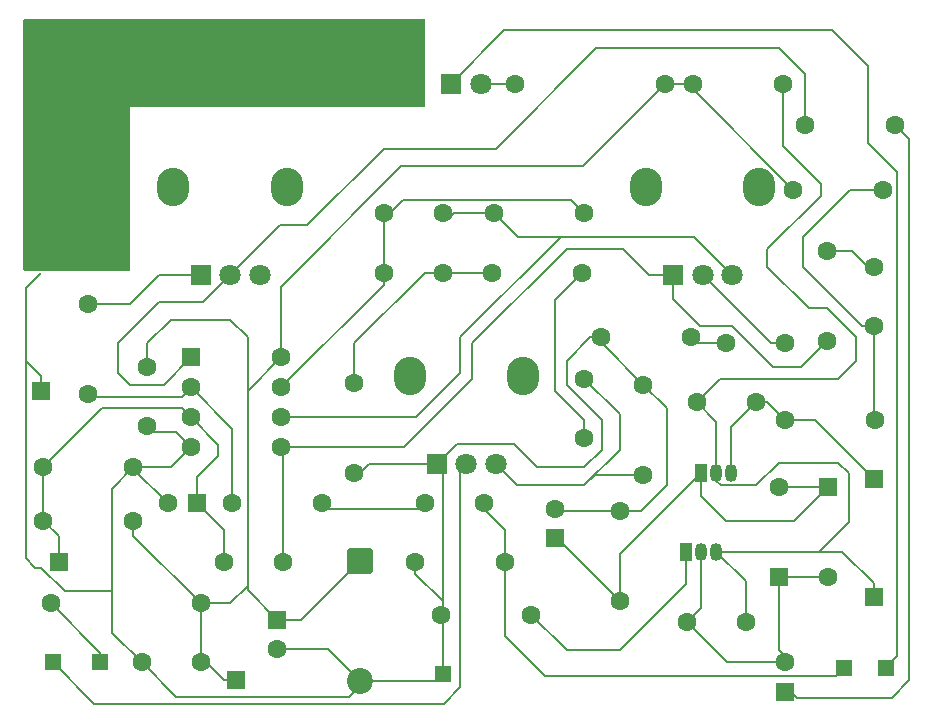
<source format=gbr>
%TF.GenerationSoftware,KiCad,Pcbnew,9.0.6*%
%TF.CreationDate,2025-12-29T20:46:53-03:00*%
%TF.ProjectId,122025,31323230-3235-42e6-9b69-6361645f7063,A*%
%TF.SameCoordinates,Original*%
%TF.FileFunction,Copper,L2,Bot*%
%TF.FilePolarity,Positive*%
%FSLAX46Y46*%
G04 Gerber Fmt 4.6, Leading zero omitted, Abs format (unit mm)*
G04 Created by KiCad (PCBNEW 9.0.6) date 2025-12-29 20:46:53*
%MOMM*%
%LPD*%
G01*
G04 APERTURE LIST*
G04 Aperture macros list*
%AMRoundRect*
0 Rectangle with rounded corners*
0 $1 Rounding radius*
0 $2 $3 $4 $5 $6 $7 $8 $9 X,Y pos of 4 corners*
0 Add a 4 corners polygon primitive as box body*
4,1,4,$2,$3,$4,$5,$6,$7,$8,$9,$2,$3,0*
0 Add four circle primitives for the rounded corners*
1,1,$1+$1,$2,$3*
1,1,$1+$1,$4,$5*
1,1,$1+$1,$6,$7*
1,1,$1+$1,$8,$9*
0 Add four rect primitives between the rounded corners*
20,1,$1+$1,$2,$3,$4,$5,0*
20,1,$1+$1,$4,$5,$6,$7,0*
20,1,$1+$1,$6,$7,$8,$9,0*
20,1,$1+$1,$8,$9,$2,$3,0*%
G04 Aperture macros list end*
%TA.AperFunction,ComponentPad*%
%ADD10R,1.800000X1.800000*%
%TD*%
%TA.AperFunction,ComponentPad*%
%ADD11C,1.800000*%
%TD*%
%TA.AperFunction,ComponentPad*%
%ADD12O,2.720000X3.240000*%
%TD*%
%TA.AperFunction,SMDPad,CuDef*%
%ADD13R,1.500000X1.500000*%
%TD*%
%TA.AperFunction,ComponentPad*%
%ADD14C,1.600000*%
%TD*%
%TA.AperFunction,ComponentPad*%
%ADD15RoundRect,0.249999X-0.850001X0.850001X-0.850001X-0.850001X0.850001X-0.850001X0.850001X0.850001X0*%
%TD*%
%TA.AperFunction,ComponentPad*%
%ADD16C,2.200000*%
%TD*%
%TA.AperFunction,ComponentPad*%
%ADD17R,1.350000X1.350000*%
%TD*%
%TA.AperFunction,ComponentPad*%
%ADD18R,1.050000X1.500000*%
%TD*%
%TA.AperFunction,ComponentPad*%
%ADD19O,1.050000X1.500000*%
%TD*%
%TA.AperFunction,ComponentPad*%
%ADD20RoundRect,0.250000X-0.550000X-0.550000X0.550000X-0.550000X0.550000X0.550000X-0.550000X0.550000X0*%
%TD*%
%TA.AperFunction,ComponentPad*%
%ADD21RoundRect,0.250000X0.550000X0.550000X-0.550000X0.550000X-0.550000X-0.550000X0.550000X-0.550000X0*%
%TD*%
%TA.AperFunction,ComponentPad*%
%ADD22RoundRect,0.250000X-0.550000X0.550000X-0.550000X-0.550000X0.550000X-0.550000X0.550000X0.550000X0*%
%TD*%
%TA.AperFunction,ComponentPad*%
%ADD23RoundRect,0.250000X0.550000X-0.550000X0.550000X0.550000X-0.550000X0.550000X-0.550000X-0.550000X0*%
%TD*%
%TA.AperFunction,ViaPad*%
%ADD24C,0.600000*%
%TD*%
%TA.AperFunction,Conductor*%
%ADD25C,0.200000*%
%TD*%
G04 APERTURE END LIST*
D10*
%TO.P,D4,1,K*%
%TO.N,/LED GND*%
X49230000Y-18500000D03*
D11*
%TO.P,D4,2,A*%
%TO.N,Net-(D4-A)*%
X51770000Y-18500000D03*
%TD*%
D12*
%TO.P,RV3,*%
%TO.N,*%
X45700000Y-43225000D03*
X55300000Y-43225000D03*
D10*
%TO.P,RV3,1,1*%
%TO.N,GND*%
X48000000Y-50725000D03*
D11*
%TO.P,RV3,2,2*%
%TO.N,/Out*%
X50500000Y-50725000D03*
%TO.P,RV3,3,3*%
%TO.N,Net-(C11-Pad2)*%
X53000000Y-50725000D03*
%TD*%
D13*
%TO.P,TP5,1,1*%
%TO.N,/Vref*%
X16000000Y-59000000D03*
%TD*%
D14*
%TO.P,C9,1*%
%TO.N,Net-(U1B--)*%
X48500000Y-29500000D03*
%TO.P,C9,2*%
%TO.N,Net-(C10-Pad1)*%
X43500000Y-29500000D03*
%TD*%
D15*
%TO.P,D3,1,K*%
%TO.N,/V+*%
X41500000Y-58920000D03*
D16*
%TO.P,D3,2,A*%
%TO.N,GND*%
X41500000Y-69080000D03*
%TD*%
D17*
%TO.P,J5,1,Pin_1*%
%TO.N,GND*%
X48500000Y-68500000D03*
%TD*%
D13*
%TO.P,TP4,1,1*%
%TO.N,/V+*%
X31000000Y-69000000D03*
%TD*%
D12*
%TO.P,RV1,*%
%TO.N,*%
X25700000Y-27225000D03*
X35300000Y-27225000D03*
D10*
%TO.P,RV1,1,1*%
%TO.N,Net-(R3-Pad2)*%
X28000000Y-34725000D03*
D11*
%TO.P,RV1,2,2*%
%TO.N,Net-(R4-Pad1)*%
X30500000Y-34725000D03*
%TO.P,RV1,3,3*%
%TO.N,unconnected-(RV1-Pad3)*%
X33000000Y-34725000D03*
%TD*%
D14*
%TO.P,R4,1*%
%TO.N,Net-(R4-Pad1)*%
X79190000Y-22000000D03*
%TO.P,R4,2*%
%TO.N,Net-(C2-Pad1)*%
X86810000Y-22000000D03*
%TD*%
D17*
%TO.P,J2,1,Pin_1*%
%TO.N,/Out*%
X15500000Y-67500000D03*
%TD*%
D14*
%TO.P,R11,1*%
%TO.N,Net-(C8-Pad1)*%
X69500000Y-40000000D03*
%TO.P,R11,2*%
%TO.N,GND*%
X61880000Y-40000000D03*
%TD*%
%TO.P,R19,1*%
%TO.N,/V+*%
X67350000Y-18500000D03*
%TO.P,R19,2*%
%TO.N,Net-(D4-A)*%
X54650000Y-18500000D03*
%TD*%
D18*
%TO.P,Q1,1,E*%
%TO.N,Net-(Q1-E)*%
X69120000Y-58120000D03*
D19*
%TO.P,Q1,2,B*%
%TO.N,Net-(D1-K)*%
X70390000Y-58120000D03*
%TO.P,Q1,3,C*%
%TO.N,Net-(Q1-C)*%
X71660000Y-58120000D03*
%TD*%
D20*
%TO.P,U1,1*%
%TO.N,Net-(R4-Pad1)*%
X27190000Y-41690000D03*
D14*
%TO.P,U1,2,-*%
%TO.N,Net-(U1A--)*%
X27190000Y-44230000D03*
%TO.P,U1,3,+*%
%TO.N,/Vref*%
X27190000Y-46770000D03*
%TO.P,U1,4,V-*%
%TO.N,GND*%
X27190000Y-49310000D03*
%TO.P,U1,5,+*%
%TO.N,Net-(U1B-+)*%
X34810000Y-49310000D03*
%TO.P,U1,6,-*%
%TO.N,Net-(U1B--)*%
X34810000Y-46770000D03*
%TO.P,U1,7*%
%TO.N,Net-(C10-Pad1)*%
X34810000Y-44230000D03*
%TO.P,U1,8,V+*%
%TO.N,/V+*%
X34810000Y-41690000D03*
%TD*%
%TO.P,R12,1*%
%TO.N,Net-(U1B--)*%
X52880000Y-29500000D03*
%TO.P,R12,2*%
%TO.N,Net-(C10-Pad1)*%
X60500000Y-29500000D03*
%TD*%
D21*
%TO.P,C14,1*%
%TO.N,/Vref*%
X27705113Y-54000000D03*
D14*
%TO.P,C14,2*%
%TO.N,GND*%
X25205113Y-54000000D03*
%TD*%
D17*
%TO.P,J1,1,Pin_1*%
%TO.N,/In*%
X82500000Y-68000000D03*
%TD*%
D14*
%TO.P,R8,1*%
%TO.N,Net-(C5-Pad1)*%
X85120000Y-47000000D03*
%TO.P,R8,2*%
%TO.N,Net-(Q2-C)*%
X77500000Y-47000000D03*
%TD*%
%TO.P,C3,1*%
%TO.N,Net-(D1-K)*%
X69160000Y-64120000D03*
%TO.P,C3,2*%
%TO.N,Net-(Q1-C)*%
X74160000Y-64120000D03*
%TD*%
%TO.P,C5,1*%
%TO.N,Net-(C5-Pad1)*%
X85000000Y-39000000D03*
%TO.P,C5,2*%
%TO.N,Net-(C5-Pad2)*%
X85000000Y-34000000D03*
%TD*%
%TO.P,C7,1*%
%TO.N,/Vref*%
X30000000Y-59000000D03*
%TO.P,C7,2*%
%TO.N,Net-(U1B-+)*%
X35000000Y-59000000D03*
%TD*%
%TO.P,R7,1*%
%TO.N,/V+*%
X78190000Y-27500000D03*
%TO.P,R7,2*%
%TO.N,Net-(C5-Pad1)*%
X85810000Y-27500000D03*
%TD*%
%TO.P,R10,1*%
%TO.N,Net-(C5-Pad2)*%
X81000000Y-32690000D03*
%TO.P,R10,2*%
%TO.N,Net-(U1B-+)*%
X81000000Y-40310000D03*
%TD*%
D18*
%TO.P,Q2,1,E*%
%TO.N,Net-(D1-A)*%
X70390000Y-51480000D03*
D19*
%TO.P,Q2,2,B*%
%TO.N,Net-(Q1-C)*%
X71660000Y-51480000D03*
%TO.P,Q2,3,C*%
%TO.N,Net-(Q2-C)*%
X72930000Y-51480000D03*
%TD*%
D13*
%TO.P,TP3,1,1*%
%TO.N,GND*%
X14500000Y-44500000D03*
%TD*%
D22*
%TO.P,C13,1*%
%TO.N,/V+*%
X34500000Y-63900000D03*
D14*
%TO.P,C13,2*%
%TO.N,GND*%
X34500000Y-66400000D03*
%TD*%
%TO.P,C12,1*%
%TO.N,/V+*%
X23500000Y-42500000D03*
%TO.P,C12,2*%
%TO.N,GND*%
X23500000Y-47500000D03*
%TD*%
D17*
%TO.P,J3,1,Pin_1*%
%TO.N,/Power Jack*%
X19500000Y-67500000D03*
%TD*%
D14*
%TO.P,R5,1*%
%TO.N,/V+*%
X69690000Y-18500000D03*
%TO.P,R5,2*%
%TO.N,Net-(Q1-C)*%
X77310000Y-18500000D03*
%TD*%
%TO.P,R6,1*%
%TO.N,GND*%
X48380000Y-63500000D03*
%TO.P,R6,2*%
%TO.N,Net-(Q1-E)*%
X56000000Y-63500000D03*
%TD*%
D13*
%TO.P,TP1,1,1*%
%TO.N,Net-(Q1-C)*%
X85000000Y-62000000D03*
%TD*%
D12*
%TO.P,RV2,*%
%TO.N,*%
X65700000Y-27225000D03*
X75300000Y-27225000D03*
D10*
%TO.P,RV2,1,1*%
%TO.N,Net-(U1B-+)*%
X68000000Y-34725000D03*
D11*
%TO.P,RV2,2,2*%
%TO.N,Net-(C8-Pad2)*%
X70500000Y-34725000D03*
%TO.P,RV2,3,3*%
%TO.N,Net-(U1B--)*%
X73000000Y-34725000D03*
%TD*%
D14*
%TO.P,R16,1*%
%TO.N,/Power Jack*%
X15300000Y-62500000D03*
%TO.P,R16,2*%
%TO.N,/V+*%
X28000000Y-62500000D03*
%TD*%
%TO.P,C8,1*%
%TO.N,Net-(C8-Pad1)*%
X72500000Y-40500000D03*
%TO.P,C8,2*%
%TO.N,Net-(C8-Pad2)*%
X77500000Y-40500000D03*
%TD*%
%TO.P,R1,1*%
%TO.N,/In*%
X53810000Y-59000000D03*
%TO.P,R1,2*%
%TO.N,GND*%
X46190000Y-59000000D03*
%TD*%
%TO.P,R17,1*%
%TO.N,/V+*%
X22310000Y-55500000D03*
%TO.P,R17,2*%
%TO.N,/Vref*%
X14690000Y-55500000D03*
%TD*%
%TO.P,C1,1*%
%TO.N,/In*%
X52000000Y-54000000D03*
%TO.P,C1,2*%
%TO.N,Net-(C1-Pad2)*%
X47000000Y-54000000D03*
%TD*%
%TO.P,R3,1*%
%TO.N,Net-(U1A--)*%
X18500000Y-44810000D03*
%TO.P,R3,2*%
%TO.N,Net-(R3-Pad2)*%
X18500000Y-37190000D03*
%TD*%
%TO.P,R13,1*%
%TO.N,Net-(C10-Pad2)*%
X41000000Y-43880000D03*
%TO.P,R13,2*%
%TO.N,GND*%
X41000000Y-51500000D03*
%TD*%
%TO.P,C15,1*%
%TO.N,/V+*%
X28000000Y-67500000D03*
%TO.P,C15,2*%
%TO.N,GND*%
X23000000Y-67500000D03*
%TD*%
D23*
%TO.P,C6,1*%
%TO.N,Net-(D1-A)*%
X58000000Y-57000000D03*
D14*
%TO.P,C6,2*%
%TO.N,GND*%
X58000000Y-54500000D03*
%TD*%
%TO.P,C11,1*%
%TO.N,Net-(C11-Pad1)*%
X60500000Y-48500000D03*
%TO.P,C11,2*%
%TO.N,Net-(C11-Pad2)*%
X60500000Y-43500000D03*
%TD*%
D23*
%TO.P,C2,1*%
%TO.N,Net-(C2-Pad1)*%
X77500000Y-70000000D03*
D14*
%TO.P,C2,2*%
%TO.N,Net-(D1-K)*%
X77500000Y-67500000D03*
%TD*%
%TO.P,R2,1*%
%TO.N,Net-(C1-Pad2)*%
X38310000Y-54000000D03*
%TO.P,R2,2*%
%TO.N,Net-(U1A--)*%
X30690000Y-54000000D03*
%TD*%
%TO.P,R14,1*%
%TO.N,Net-(C10-Pad2)*%
X52690000Y-34500000D03*
%TO.P,R14,2*%
%TO.N,Net-(C11-Pad1)*%
X60310000Y-34500000D03*
%TD*%
%TO.P,R15,1*%
%TO.N,Net-(C11-Pad2)*%
X65500000Y-51620000D03*
%TO.P,R15,2*%
%TO.N,GND*%
X65500000Y-44000000D03*
%TD*%
%TO.P,C10,1*%
%TO.N,Net-(C10-Pad1)*%
X43500000Y-34500000D03*
%TO.P,C10,2*%
%TO.N,Net-(C10-Pad2)*%
X48500000Y-34500000D03*
%TD*%
%TO.P,R9,1*%
%TO.N,Net-(D1-A)*%
X63500000Y-62310000D03*
%TO.P,R9,2*%
%TO.N,GND*%
X63500000Y-54690000D03*
%TD*%
D13*
%TO.P,TP2,1,1*%
%TO.N,Net-(Q2-C)*%
X85000000Y-52000000D03*
%TD*%
D14*
%TO.P,C4,1*%
%TO.N,Net-(Q1-C)*%
X70000000Y-45500000D03*
%TO.P,C4,2*%
%TO.N,Net-(Q2-C)*%
X75000000Y-45500000D03*
%TD*%
D22*
%TO.P,D2,1,K*%
%TO.N,Net-(D1-A)*%
X81160000Y-52620000D03*
D14*
%TO.P,D2,2,A*%
%TO.N,Net-(D1-K)*%
X81160000Y-60240000D03*
%TD*%
%TO.P,R18,1*%
%TO.N,/Vref*%
X14690000Y-51000000D03*
%TO.P,R18,2*%
%TO.N,GND*%
X22310000Y-51000000D03*
%TD*%
D17*
%TO.P,J4,1,Pin_1*%
%TO.N,/LED GND*%
X86000000Y-68000000D03*
%TD*%
D23*
%TO.P,D1,1,K*%
%TO.N,Net-(D1-K)*%
X77000000Y-60310000D03*
D14*
%TO.P,D1,2,A*%
%TO.N,Net-(D1-A)*%
X77000000Y-52690000D03*
%TD*%
D24*
%TO.N,Net-(Q1-C)*%
X85000000Y-62000000D03*
%TO.N,Net-(Q2-C)*%
X85000000Y-52000000D03*
%TO.N,GND*%
X14500000Y-44500000D03*
%TO.N,/Vref*%
X16000000Y-59000000D03*
%TO.N,/V+*%
X31000000Y-69000000D03*
%TD*%
D25*
%TO.N,/In*%
X81801000Y-68699000D02*
X57199000Y-68699000D01*
X82500000Y-68000000D02*
X81801000Y-68699000D01*
%TO.N,Net-(C1-Pad2)*%
X47000000Y-54500000D02*
X38810000Y-54500000D01*
X38810000Y-54500000D02*
X38310000Y-54000000D01*
%TO.N,/In*%
X53810000Y-65310000D02*
X53810000Y-56310000D01*
X57199000Y-68699000D02*
X53810000Y-65310000D01*
X53810000Y-56310000D02*
X52000000Y-54500000D01*
%TO.N,Net-(D1-K)*%
X77000000Y-66500000D02*
X77500000Y-67000000D01*
X72540000Y-67500000D02*
X69160000Y-64120000D01*
X77500000Y-67500000D02*
X72540000Y-67500000D01*
X77000000Y-60310000D02*
X77000000Y-66500000D01*
X69160000Y-64120000D02*
X70390000Y-62890000D01*
X70390000Y-57895000D02*
X70390000Y-58120000D01*
X81160000Y-60240000D02*
X77070000Y-60240000D01*
X70390000Y-62890000D02*
X70390000Y-58120000D01*
X77070000Y-60240000D02*
X77000000Y-60310000D01*
%TO.N,Net-(C2-Pad1)*%
X86810000Y-22000000D02*
X88000000Y-23190000D01*
X78000000Y-70000000D02*
X78500000Y-70500000D01*
X88000000Y-23190000D02*
X88000000Y-69000000D01*
X78500000Y-70500000D02*
X86500000Y-70500000D01*
X77500000Y-70000000D02*
X78000000Y-70000000D01*
X86500000Y-70500000D02*
X88000000Y-69000000D01*
%TO.N,Net-(Q1-C)*%
X82000000Y-43500000D02*
X72000000Y-43500000D01*
X77310000Y-23810000D02*
X80500000Y-27000000D01*
X82000000Y-50600000D02*
X77000000Y-50600000D01*
X75069000Y-52531000D02*
X72031000Y-52531000D01*
X77310000Y-18500000D02*
X77310000Y-23810000D01*
X76000000Y-32500000D02*
X76000000Y-34000000D01*
X80380000Y-58120000D02*
X82861000Y-55639000D01*
X71660000Y-52160000D02*
X71660000Y-51480000D01*
X82000000Y-50600000D02*
X82861000Y-51461000D01*
X70000000Y-45500000D02*
X71660000Y-47160000D01*
X82861000Y-55639000D02*
X82861000Y-51461000D01*
X74160000Y-64120000D02*
X74160000Y-60620000D01*
X79500000Y-37500000D02*
X81000000Y-37500000D01*
X80500000Y-27000000D02*
X80500000Y-28000000D01*
X76000000Y-34000000D02*
X79500000Y-37500000D01*
X72031000Y-52531000D02*
X71660000Y-52160000D01*
X85000000Y-62000000D02*
X85000000Y-60800000D01*
X74160000Y-60620000D02*
X71660000Y-58120000D01*
X83500000Y-42000000D02*
X82000000Y-43500000D01*
X71660000Y-47160000D02*
X71660000Y-51480000D01*
X80500000Y-28000000D02*
X76000000Y-32500000D01*
X77000000Y-50600000D02*
X75069000Y-52531000D01*
X82320000Y-58120000D02*
X80380000Y-58120000D01*
X72000000Y-43500000D02*
X70000000Y-45500000D01*
X71660000Y-58120000D02*
X80380000Y-58120000D01*
X83500000Y-40000000D02*
X83500000Y-42000000D01*
X85000000Y-60800000D02*
X82320000Y-58120000D01*
X81000000Y-37500000D02*
X83500000Y-40000000D01*
%TO.N,Net-(Q2-C)*%
X77500000Y-47000000D02*
X76000000Y-45500000D01*
X72930000Y-51480000D02*
X72930000Y-47570000D01*
X80000000Y-47000000D02*
X77500000Y-47000000D01*
X76000000Y-45500000D02*
X75000000Y-45500000D01*
X85000000Y-52000000D02*
X80000000Y-47000000D01*
X72930000Y-47570000D02*
X75000000Y-45500000D01*
%TO.N,Net-(C5-Pad2)*%
X85000000Y-34000000D02*
X84500000Y-34000000D01*
X83190000Y-32690000D02*
X81000000Y-32690000D01*
X84500000Y-34000000D02*
X83190000Y-32690000D01*
%TO.N,Net-(C5-Pad1)*%
X85000000Y-39000000D02*
X85000000Y-46880000D01*
X79000000Y-31500000D02*
X79000000Y-34000000D01*
X84000000Y-39000000D02*
X85000000Y-39000000D01*
X83000000Y-27500000D02*
X79000000Y-31500000D01*
X85000000Y-46880000D02*
X85120000Y-47000000D01*
X85810000Y-27500000D02*
X83000000Y-27500000D01*
X79000000Y-34000000D02*
X84000000Y-39000000D01*
%TO.N,Net-(D1-A)*%
X63500000Y-62310000D02*
X63500000Y-58370000D01*
X81160000Y-52620000D02*
X78280000Y-55500000D01*
X78280000Y-55500000D02*
X72500000Y-55500000D01*
X70390000Y-53390000D02*
X70390000Y-51480000D01*
X77000000Y-52690000D02*
X81090000Y-52690000D01*
X63500000Y-58370000D02*
X70390000Y-51480000D01*
X81090000Y-52690000D02*
X81160000Y-52620000D01*
X72500000Y-55500000D02*
X70390000Y-53390000D01*
X58000000Y-57000000D02*
X58190000Y-57000000D01*
X58190000Y-57000000D02*
X63500000Y-62310000D01*
%TO.N,GND*%
X14000000Y-59500000D02*
X14500000Y-59500000D01*
X23000000Y-67500000D02*
X23000000Y-67000000D01*
X65310000Y-54690000D02*
X63500000Y-54690000D01*
X61000000Y-40000000D02*
X59000000Y-42000000D01*
X34500000Y-66400000D02*
X38820000Y-66400000D01*
X58500000Y-54500000D02*
X58690000Y-54690000D01*
X23000000Y-67500000D02*
X25900000Y-70400000D01*
X16500000Y-61500000D02*
X20500000Y-61500000D01*
X47920000Y-69080000D02*
X48500000Y-68500000D01*
X60500000Y-51000000D02*
X56500000Y-51000000D01*
X20500000Y-65000000D02*
X23000000Y-67500000D01*
X13200000Y-42000000D02*
X13200000Y-35800000D01*
X41500000Y-69080000D02*
X47920000Y-69080000D01*
X22310000Y-51000000D02*
X25500000Y-51000000D01*
X61880000Y-40380000D02*
X61880000Y-40000000D01*
X13200000Y-35800000D02*
X14500000Y-34500000D01*
X56500000Y-51000000D02*
X54500000Y-49000000D01*
X65500000Y-44000000D02*
X61880000Y-40380000D01*
X58690000Y-54690000D02*
X63500000Y-54690000D01*
X62000000Y-47000000D02*
X62000000Y-49500000D01*
X22310000Y-51000000D02*
X20500000Y-52810000D01*
X59000000Y-44000000D02*
X62000000Y-47000000D01*
X20500000Y-52810000D02*
X20500000Y-61500000D01*
X13200000Y-58700000D02*
X14000000Y-59500000D01*
X41500000Y-51500000D02*
X42275000Y-50725000D01*
X67500000Y-52500000D02*
X65310000Y-54690000D01*
X48000000Y-50725000D02*
X48500000Y-51225000D01*
X38820000Y-66400000D02*
X41500000Y-69080000D01*
X40580000Y-70400000D02*
X25900000Y-70400000D01*
X22310000Y-51104887D02*
X22310000Y-51000000D01*
X25500000Y-51000000D02*
X27190000Y-49310000D01*
X25205113Y-54000000D02*
X22310000Y-51104887D01*
X14500000Y-44500000D02*
X14500000Y-43300000D01*
X46190000Y-60000000D02*
X46190000Y-59000000D01*
X67500000Y-46000000D02*
X67500000Y-52500000D01*
X14500000Y-59500000D02*
X16500000Y-61500000D01*
X54500000Y-49000000D02*
X49725000Y-49000000D01*
X48500000Y-62310000D02*
X48500000Y-68500000D01*
X13200000Y-42000000D02*
X13200000Y-58700000D01*
X41000000Y-51500000D02*
X41500000Y-51500000D01*
X20500000Y-61500000D02*
X20500000Y-65000000D01*
X24000000Y-48000000D02*
X25880000Y-48000000D01*
X48500000Y-51225000D02*
X48500000Y-62310000D01*
X58000000Y-54500000D02*
X58500000Y-54500000D01*
X41500000Y-69480000D02*
X41500000Y-69080000D01*
X49725000Y-49000000D02*
X48000000Y-50725000D01*
X25880000Y-48000000D02*
X27190000Y-49310000D01*
X59000000Y-42000000D02*
X59000000Y-44000000D01*
X42275000Y-50725000D02*
X48000000Y-50725000D01*
X14500000Y-43300000D02*
X13200000Y-42000000D01*
X46190000Y-60000000D02*
X48500000Y-62310000D01*
X65500000Y-44000000D02*
X67500000Y-46000000D01*
X62000000Y-49500000D02*
X60500000Y-51000000D01*
X61880000Y-40000000D02*
X61000000Y-40000000D01*
X40580000Y-70400000D02*
X41500000Y-69480000D01*
%TO.N,/Vref*%
X29500000Y-50000000D02*
X29500000Y-49080000D01*
X16000000Y-59000000D02*
X16000000Y-56810000D01*
X29500000Y-49080000D02*
X27190000Y-46770000D01*
X16000000Y-56810000D02*
X14690000Y-55500000D01*
X27705113Y-51794887D02*
X29500000Y-50000000D01*
X26420000Y-46000000D02*
X19690000Y-46000000D01*
X19690000Y-46000000D02*
X14690000Y-51000000D01*
X14690000Y-55500000D02*
X14690000Y-51000000D01*
X27705113Y-54000000D02*
X27705113Y-51794887D01*
X30000000Y-56294887D02*
X27705113Y-54000000D01*
X27190000Y-46770000D02*
X26420000Y-46000000D01*
X30000000Y-58500000D02*
X30000000Y-56294887D01*
%TO.N,Net-(U1B-+)*%
X59000000Y-32500000D02*
X51000000Y-40500000D01*
X76500000Y-42500000D02*
X73000000Y-39000000D01*
X45190000Y-49310000D02*
X34810000Y-49310000D01*
X51000000Y-43500000D02*
X45190000Y-49310000D01*
X81000000Y-40310000D02*
X78810000Y-42500000D01*
X35000000Y-58500000D02*
X35000000Y-49500000D01*
X51000000Y-40500000D02*
X51000000Y-43500000D01*
X68000000Y-36725000D02*
X70275000Y-39000000D01*
X68000000Y-34725000D02*
X68000000Y-36725000D01*
X78810000Y-42500000D02*
X76500000Y-42500000D01*
X73000000Y-39000000D02*
X70275000Y-39000000D01*
X63775000Y-32500000D02*
X66000000Y-34725000D01*
X66000000Y-34725000D02*
X68000000Y-34725000D01*
X35000000Y-49500000D02*
X34810000Y-49310000D01*
X63775000Y-32500000D02*
X59000000Y-32500000D01*
%TO.N,Net-(C8-Pad1)*%
X70000000Y-40500000D02*
X69500000Y-40000000D01*
X72500000Y-40500000D02*
X70000000Y-40500000D01*
%TO.N,Net-(C8-Pad2)*%
X70500000Y-34725000D02*
X76275000Y-40500000D01*
X76275000Y-40500000D02*
X77500000Y-40500000D01*
%TO.N,Net-(U1B--)*%
X50000000Y-43000002D02*
X50000000Y-40000000D01*
X34810000Y-46770000D02*
X46230001Y-46770000D01*
X58500000Y-31500000D02*
X69775000Y-31500000D01*
X52880000Y-29500000D02*
X54880000Y-31500000D01*
X46230001Y-46770000D02*
X50000000Y-43000002D01*
X54880000Y-31500000D02*
X58500000Y-31500000D01*
X49000000Y-30000000D02*
X49500000Y-29500000D01*
X48500000Y-30000000D02*
X49000000Y-30000000D01*
X49500000Y-29500000D02*
X52880000Y-29500000D01*
X69775000Y-31500000D02*
X73000000Y-34725000D01*
X50000000Y-40000000D02*
X58500000Y-31500000D01*
%TO.N,Net-(C10-Pad1)*%
X59399000Y-28399000D02*
X45101000Y-28399000D01*
X45101000Y-28399000D02*
X43500000Y-30000000D01*
X43500000Y-34500000D02*
X43500000Y-35540000D01*
X60500000Y-29500000D02*
X59399000Y-28399000D01*
X43500000Y-30000000D02*
X43500000Y-34500000D01*
X43500000Y-35540000D02*
X34810000Y-44230000D01*
%TO.N,Net-(C10-Pad2)*%
X52690000Y-34500000D02*
X48500000Y-34500000D01*
X47000000Y-34500000D02*
X48500000Y-34500000D01*
X41000000Y-40500000D02*
X47000000Y-34500000D01*
X41000000Y-43880000D02*
X41000000Y-40500000D01*
%TO.N,Net-(C11-Pad2)*%
X60500000Y-52500000D02*
X54775000Y-52500000D01*
X61380000Y-51620000D02*
X60500000Y-52500000D01*
X63500000Y-46500000D02*
X63500000Y-49500000D01*
X54775000Y-52500000D02*
X53000000Y-50725000D01*
X60500000Y-43500000D02*
X63500000Y-46500000D01*
X65500000Y-51620000D02*
X61380000Y-51620000D01*
X63500000Y-49500000D02*
X60500000Y-52500000D01*
X53035000Y-50690000D02*
X53000000Y-50725000D01*
%TO.N,Net-(C11-Pad1)*%
X60500000Y-47000000D02*
X60500000Y-48500000D01*
X58000000Y-44500000D02*
X60500000Y-47000000D01*
X58000000Y-44500000D02*
X58000000Y-36810000D01*
X58000000Y-36810000D02*
X60310000Y-34500000D01*
%TO.N,/V+*%
X32000000Y-61000000D02*
X32000000Y-61400000D01*
X25500000Y-38500000D02*
X23500000Y-40500000D01*
X30500000Y-62500000D02*
X28000000Y-62500000D01*
X28000000Y-62500000D02*
X28000000Y-67500000D01*
X28500000Y-67500000D02*
X30000000Y-69000000D01*
X69690000Y-19000000D02*
X69690000Y-18500000D01*
X67350000Y-18500000D02*
X60350000Y-25500000D01*
X32000000Y-40000000D02*
X30500000Y-38500000D01*
X32000000Y-61000000D02*
X30500000Y-62500000D01*
X30500000Y-38500000D02*
X25500000Y-38500000D01*
X23500000Y-40500000D02*
X23500000Y-42500000D01*
X30000000Y-69000000D02*
X31000000Y-69000000D01*
X34810000Y-35690000D02*
X34810000Y-41690000D01*
X78190000Y-27500000D02*
X69690000Y-19000000D01*
X69690000Y-18500000D02*
X67350000Y-18500000D01*
X22310000Y-55500000D02*
X22310000Y-56810000D01*
X45000000Y-25500000D02*
X34810000Y-35690000D01*
X28000000Y-67500000D02*
X28500000Y-67500000D01*
X34810000Y-41690000D02*
X32000000Y-44500000D01*
X34500000Y-63900000D02*
X36520000Y-63900000D01*
X60350000Y-25500000D02*
X45000000Y-25500000D01*
X36520000Y-63900000D02*
X41500000Y-58920000D01*
X32000000Y-44500000D02*
X32000000Y-40000000D01*
X22310000Y-56810000D02*
X28000000Y-62500000D01*
X32000000Y-44500000D02*
X32000000Y-61000000D01*
X23500000Y-42500000D02*
X24000000Y-43000000D01*
X32000000Y-61400000D02*
X34500000Y-63900000D01*
%TO.N,/LED GND*%
X84500000Y-17000000D02*
X84500000Y-23500000D01*
X87000000Y-26000000D02*
X87000000Y-67000000D01*
X49230000Y-18500000D02*
X53730000Y-14000000D01*
X84500000Y-23500000D02*
X87000000Y-26000000D01*
X81500000Y-14000000D02*
X84500000Y-17000000D01*
X53730000Y-14000000D02*
X81500000Y-14000000D01*
X87000000Y-67000000D02*
X86000000Y-68000000D01*
%TO.N,Net-(D4-A)*%
X54650000Y-18500000D02*
X51770000Y-18500000D01*
%TO.N,/Out*%
X50000000Y-51225000D02*
X50000000Y-69600000D01*
X19000000Y-71000000D02*
X15500000Y-67500000D01*
X50500000Y-50725000D02*
X50000000Y-51225000D01*
X48600000Y-71000000D02*
X19000000Y-71000000D01*
X50000000Y-69600000D02*
X48600000Y-71000000D01*
%TO.N,/Power Jack*%
X19500000Y-66700000D02*
X15300000Y-62500000D01*
X19500000Y-67500000D02*
X19500000Y-66700000D01*
%TO.N,Net-(Q1-E)*%
X59000000Y-66500000D02*
X63500000Y-66500000D01*
X69120000Y-60880000D02*
X69120000Y-58120000D01*
X63500000Y-66500000D02*
X69120000Y-60880000D01*
X56000000Y-63500000D02*
X59000000Y-66500000D01*
%TO.N,Net-(U1A--)*%
X18690000Y-45000000D02*
X26420000Y-45000000D01*
X30690000Y-47730000D02*
X27190000Y-44230000D01*
X26420000Y-45000000D02*
X27190000Y-44230000D01*
X30690000Y-54000000D02*
X30690000Y-47730000D01*
X18500000Y-44810000D02*
X18690000Y-45000000D01*
%TO.N,Net-(R3-Pad2)*%
X28000000Y-34725000D02*
X24465000Y-34725000D01*
X22000000Y-37190000D02*
X24465000Y-34725000D01*
X18500000Y-37190000D02*
X22000000Y-37190000D01*
%TO.N,Net-(R4-Pad1)*%
X22000000Y-44000000D02*
X21000000Y-43000000D01*
X61500000Y-15500000D02*
X77000000Y-15500000D01*
X24880000Y-44000000D02*
X22000000Y-44000000D01*
X37000000Y-30500000D02*
X43500000Y-24000000D01*
X21000000Y-43000000D02*
X21000000Y-40500000D01*
X77000000Y-15500000D02*
X79190000Y-17690000D01*
X28225000Y-37000000D02*
X30500000Y-34725000D01*
X24500000Y-37000000D02*
X28225000Y-37000000D01*
X43500000Y-24000000D02*
X53000000Y-24000000D01*
X79190000Y-17690000D02*
X79190000Y-22000000D01*
X34725000Y-30500000D02*
X37000000Y-30500000D01*
X21000000Y-40500000D02*
X24500000Y-37000000D01*
X27190000Y-41690000D02*
X24880000Y-44000000D01*
X53000000Y-24000000D02*
X61500000Y-15500000D01*
X30500000Y-34725000D02*
X34725000Y-30500000D01*
%TD*%
%TA.AperFunction,Conductor*%
%TO.N,GND*%
G36*
X46943039Y-13019685D02*
G01*
X46988794Y-13072489D01*
X47000000Y-13124000D01*
X47000000Y-20376000D01*
X46980315Y-20443039D01*
X46927511Y-20488794D01*
X46876000Y-20500000D01*
X22000000Y-20500000D01*
X22000000Y-34277000D01*
X21980315Y-34344039D01*
X21927511Y-34389794D01*
X21876000Y-34401000D01*
X13124000Y-34401000D01*
X13056961Y-34381315D01*
X13011206Y-34328511D01*
X13000000Y-34277000D01*
X13000000Y-13124000D01*
X13019685Y-13056961D01*
X13072489Y-13011206D01*
X13124000Y-13000000D01*
X46876000Y-13000000D01*
X46943039Y-13019685D01*
G37*
%TD.AperFunction*%
%TD*%
M02*

</source>
